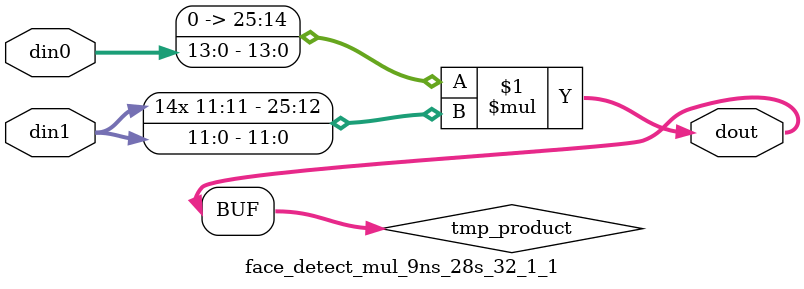
<source format=v>

`timescale 1 ns / 1 ps

  module face_detect_mul_9ns_28s_32_1_1(din0, din1, dout);
parameter ID = 1;
parameter NUM_STAGE = 0;
parameter din0_WIDTH = 14;
parameter din1_WIDTH = 12;
parameter dout_WIDTH = 26;

input [din0_WIDTH - 1 : 0] din0; 
input [din1_WIDTH - 1 : 0] din1; 
output [dout_WIDTH - 1 : 0] dout;

wire signed [dout_WIDTH - 1 : 0] tmp_product;











assign tmp_product = $signed({1'b0, din0}) * $signed(din1);










assign dout = tmp_product;







endmodule

</source>
